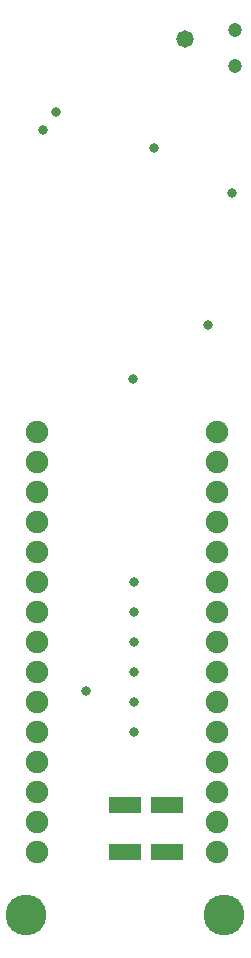
<source format=gbs>
%FSLAX25Y25*%
%MOIN*%
G70*
G01*
G75*
G04 Layer_Color=16711935*
%ADD10R,0.07874X0.03937*%
%ADD11R,0.03937X0.07874*%
%ADD12R,0.05906X0.03150*%
%ADD13R,0.03150X0.03937*%
%ADD14R,0.10000X0.05000*%
%ADD15R,0.04331X0.05512*%
%ADD16R,0.00787X0.03150*%
%ADD17R,0.03937X0.03937*%
%ADD18C,0.01575*%
%ADD19C,0.03150*%
%ADD20C,0.00886*%
%ADD21C,0.06693*%
%ADD22C,0.03937*%
%ADD23C,0.12795*%
%ADD24C,0.02362*%
%ADD25C,0.05000*%
%ADD26C,0.01000*%
%ADD27R,0.08674X0.04737*%
%ADD28R,0.04737X0.08674*%
%ADD29R,0.06706X0.03950*%
%ADD30R,0.03950X0.04737*%
%ADD31R,0.10800X0.05800*%
%ADD32R,0.05131X0.06312*%
%ADD33R,0.01587X0.03950*%
%ADD34R,0.04737X0.04737*%
%ADD35C,0.07493*%
%ADD36C,0.04737*%
%ADD37C,0.13595*%
%ADD38C,0.03162*%
%ADD39C,0.05800*%
D31*
X177000Y150500D02*
D03*
X163000D02*
D03*
Y166000D02*
D03*
X177000D02*
D03*
D35*
X133500Y150500D02*
D03*
Y160500D02*
D03*
Y170500D02*
D03*
Y180500D02*
D03*
Y190500D02*
D03*
Y200500D02*
D03*
Y210500D02*
D03*
Y220500D02*
D03*
Y230500D02*
D03*
Y240500D02*
D03*
Y250500D02*
D03*
Y260500D02*
D03*
Y270500D02*
D03*
Y280500D02*
D03*
Y290500D02*
D03*
X193500D02*
D03*
Y280500D02*
D03*
Y270500D02*
D03*
Y260500D02*
D03*
Y250500D02*
D03*
Y240500D02*
D03*
Y230500D02*
D03*
Y220500D02*
D03*
Y210500D02*
D03*
Y200500D02*
D03*
Y190500D02*
D03*
Y180500D02*
D03*
Y170500D02*
D03*
Y160500D02*
D03*
Y150500D02*
D03*
D36*
X199500Y412595D02*
D03*
Y424405D02*
D03*
D37*
X130000Y129500D02*
D03*
X196000D02*
D03*
D38*
X172500Y385000D02*
D03*
X165500Y308000D02*
D03*
X198500Y370000D02*
D03*
X190500Y326000D02*
D03*
X140000Y397000D02*
D03*
X135500Y391000D02*
D03*
X150000Y204000D02*
D03*
X166000Y240500D02*
D03*
Y230500D02*
D03*
Y220500D02*
D03*
Y210500D02*
D03*
Y200500D02*
D03*
Y190500D02*
D03*
D39*
X183000Y421500D02*
D03*
M02*

</source>
